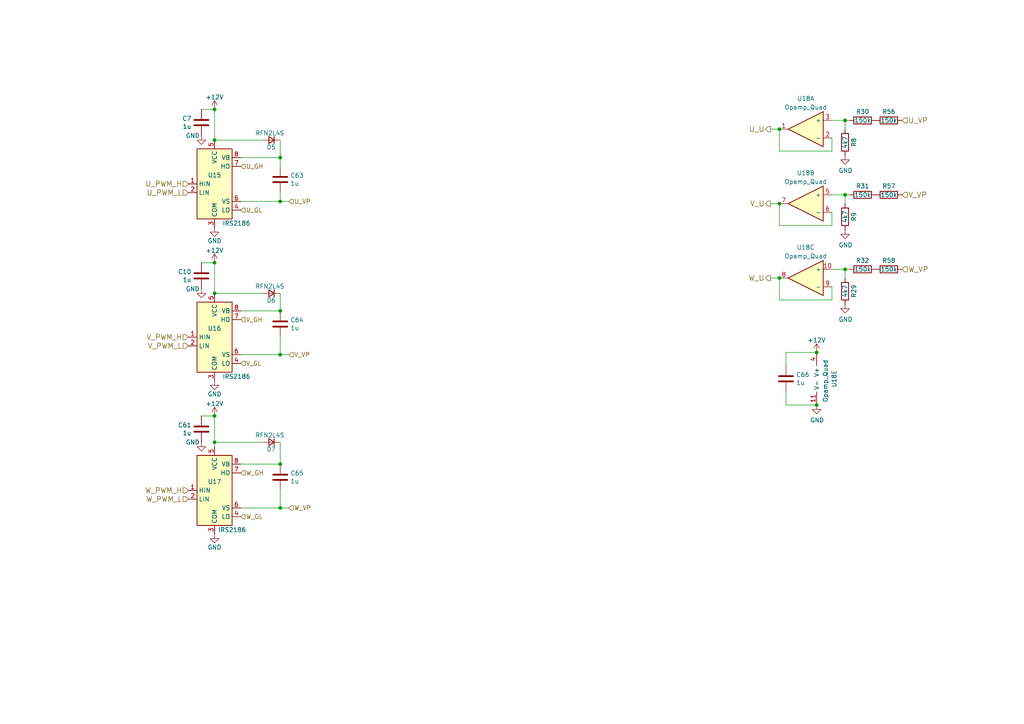
<source format=kicad_sch>
(kicad_sch (version 20230121) (generator eeschema)
  (paper "A4")
  (title_block (title "HSWR MOSFET Driver") (date "2017-02-05") (rev "4.0"))
  (lib_symbols
    (symbol "Device:C" (pin_numbers hide) (pin_names (offset 0.254))
      (property "Reference" "C" (at 0.635 2.54 0))
      (property "Value" "C" (at 0.635 -2.54 0))
      (symbol "C_0_1"
        (polyline (pts (xy -2.032 -0.762) (xy 2.032 -0.762)) (stroke (width 0.508)))
        (polyline (pts (xy -2.032 0.762) (xy 2.032 0.762)) (stroke (width 0.508)))
      )
      (symbol "C_1_1"
        (pin passive line (at 0 3.81 270) (length 2.794) (name "~") (number "1"))
        (pin passive line (at 0 -3.81 90) (length 2.794) (name "~") (number "2"))
      )
    )
    (symbol "Device:D_Small" (pin_numbers hide) (pin_names (offset 0.254) hide)
      (property "Reference" "D" (at -1.27 2.032 0))
      (property "Value" "D_Small" (at -3.81 -2.032 0))
      (symbol "D_Small_0_1"
        (polyline (pts (xy -0.762 -1.016) (xy -0.762 1.016)) (stroke (width 0.254)))
        (polyline (pts (xy -0.762 0) (xy 0.762 0)))
        (polyline (pts (xy 0.762 -1.016) (xy -0.762 0) (xy 0.762 1.016) (xy 0.762 -1.016)) (stroke (width 0.254)))
      )
      (symbol "D_Small_1_1"
        (pin passive line (at -2.54 0 0) (length 1.778) (name "K") (number "1"))
        (pin passive line (at 2.54 0 180) (length 1.778) (name "A") (number "2"))
      )
    )
    (symbol "Device:Opamp_Quad"
      (property "Reference" "U" (at 0 5.08 0))
      (property "Value" "Opamp_Quad" (at 0 -5.08 0))
      (symbol "Opamp_Quad_1_1"
        (polyline (pts (xy -5.08 5.08) (xy 5.08 0) (xy -5.08 -5.08) (xy -5.08 5.08)) (stroke (width 0.254)) (fill (type background)))
        (pin output line (at 7.62 0 180) (length 2.54) (name "~") (number "1"))
        (pin input line (at -7.62 -2.54 0) (length 2.54) (name "-") (number "2"))
        (pin input line (at -7.62 2.54 0) (length 2.54) (name "+") (number "3"))
      )
      (symbol "Opamp_Quad_2_1"
        (polyline (pts (xy -5.08 5.08) (xy 5.08 0) (xy -5.08 -5.08) (xy -5.08 5.08)) (stroke (width 0.254)) (fill (type background)))
        (pin input line (at -7.62 2.54 0) (length 2.54) (name "+") (number "5"))
        (pin input line (at -7.62 -2.54 0) (length 2.54) (name "-") (number "6"))
        (pin output line (at 7.62 0 180) (length 2.54) (name "~") (number "7"))
      )
      (symbol "Opamp_Quad_3_1"
        (polyline (pts (xy -5.08 5.08) (xy 5.08 0) (xy -5.08 -5.08) (xy -5.08 5.08)) (stroke (width 0.254)) (fill (type background)))
        (pin input line (at -7.62 2.54 0) (length 2.54) (name "+") (number "10"))
        (pin output line (at 7.62 0 180) (length 2.54) (name "~") (number "8"))
        (pin input line (at -7.62 -2.54 0) (length 2.54) (name "-") (number "9"))
      )
      (symbol "Opamp_Quad_4_1"
        (polyline (pts (xy -5.08 5.08) (xy 5.08 0) (xy -5.08 -5.08) (xy -5.08 5.08)) (stroke (width 0.254)) (fill (type background)))
        (pin input line (at -7.62 2.54 0) (length 2.54) (name "+") (number "12"))
        (pin input line (at -7.62 -2.54 0) (length 2.54) (name "-") (number "13"))
        (pin output line (at 7.62 0 180) (length 2.54) (name "~") (number "14"))
      )
      (symbol "Opamp_Quad_5_1"
        (pin power_in line (at -2.54 -7.62 90) (length 3.81) (name "V-") (number "11"))
        (pin power_in line (at -2.54 7.62 270) (length 3.81) (name "V+") (number "4"))
      )
    )
    (symbol "Device:R" (pin_numbers hide) (pin_names (offset 0))
      (property "Reference" "R" (at 2.032 0 90))
      (property "Value" "R" (at 0 0 90))
      (symbol "R_0_1"
        (rectangle (start -1.016 -2.54) (end 1.016 2.54) (stroke (width 0.254)))
      )
      (symbol "R_1_1"
        (pin passive line (at 0 3.81 270) (length 1.27) (name "~") (number "1"))
        (pin passive line (at 0 -3.81 90) (length 1.27) (name "~") (number "2"))
      )
    )
    (symbol "Driver_FET:IRS2186"
      (property "Reference" "U" (at 1.27 13.335 0))
      (property "Value" "IRS2186" (at 1.27 11.43 0))
      (symbol "IRS2186_0_1"
        (rectangle (start -5.08 -10.16) (end 5.08 10.16) (stroke (width 0.254)) (fill (type background)))
      )
      (symbol "IRS2186_1_1"
        (pin input line (at -7.62 0 0) (length 2.54) (name "HIN") (number "1"))
        (pin input line (at -7.62 -2.54 0) (length 2.54) (name "LIN") (number "2"))
        (pin power_in line (at 0 -12.7 90) (length 2.54) (name "COM") (number "3"))
        (pin output line (at 7.62 -7.62 180) (length 2.54) (name "LO") (number "4"))
        (pin power_in line (at 0 12.7 270) (length 2.54) (name "VCC") (number "5"))
        (pin passive line (at 7.62 -5.08 180) (length 2.54) (name "VS") (number "6"))
        (pin output line (at 7.62 5.08 180) (length 2.54) (name "HO") (number "7"))
        (pin passive line (at 7.62 7.62 180) (length 2.54) (name "VB") (number "8"))
      )
    )
    (symbol "power:+12V" (power) (pin_names (offset 0))
      (property "Value" "+12V" (at 0 3.556 0))
      (symbol "+12V_0_1"
        (polyline (pts (xy -0.762 1.27) (xy 0 2.54)))
        (polyline (pts (xy 0 0) (xy 0 2.54)))
        (polyline (pts (xy 0 2.54) (xy 0.762 1.27)))
      )
      (symbol "+12V_1_1"
        (pin power_in line (at 0 0 90) (length 0) hide (name "+12V") (number "1"))
      )
    )
    (symbol "power:GND" (power) (pin_names (offset 0))
      (property "Value" "GND" (at 0 -3.81 0))
      (symbol "GND_0_1"
        (polyline (pts (xy 0 0) (xy 0 -1.27) (xy 1.27 -1.27) (xy 0 -2.54) (xy -1.27 -1.27) (xy 0 -1.27)))
      )
      (symbol "GND_1_1"
        (pin power_in line (at 0 0 270) (length 0) hide (name "GND") (number "1"))
      )
    )
  )
  (junction (at 81.28 58.42))
  (junction (at 81.28 90.17))
  (junction (at 81.28 147.32))
  (junction (at 245.11 34.925))
  (junction (at 62.23 76.2))
  (junction (at 245.11 56.515))
  (junction (at 81.28 45.72))
  (junction (at 226.06 37.465))
  (junction (at 62.23 85.09))
  (junction (at 62.23 120.65))
  (junction (at 236.855 102.235))
  (junction (at 62.23 128.27))
  (junction (at 62.23 40.64))
  (junction (at 226.06 80.645))
  (junction (at 62.23 31.75))
  (junction (at 245.11 78.105))
  (junction (at 226.06 59.055))
  (junction (at 81.28 102.87))
  (junction (at 236.855 117.475))
  (junction (at 81.28 134.62))
  (wire (pts (xy 241.3 65.405) (xy 241.3 61.595)))
  (wire (pts (xy 223.52 80.645) (xy 226.06 80.645)))
  (wire (pts (xy 81.28 102.87) (xy 69.85 102.87)))
  (wire (pts (xy 226.06 86.995) (xy 241.3 86.995)))
  (wire (pts (xy 227.965 113.665) (xy 227.965 117.475)))
  (wire (pts (xy 62.23 128.27) (xy 62.23 120.65)))
  (wire (pts (xy 83.82 58.42) (xy 81.28 58.42)))
  (wire (pts (xy 245.11 56.515) (xy 246.38 56.515)))
  (wire (pts (xy 81.28 45.72) (xy 81.28 48.26)))
  (wire (pts (xy 69.85 134.62) (xy 81.28 134.62)))
  (wire (pts (xy 62.23 85.09) (xy 62.23 76.2)))
  (wire (pts (xy 58.42 76.2) (xy 62.23 76.2)))
  (wire (pts (xy 81.28 128.27) (xy 81.28 134.62)))
  (wire (pts (xy 223.52 59.055) (xy 226.06 59.055)))
  (wire (pts (xy 223.52 37.465) (xy 226.06 37.465)))
  (wire (pts (xy 62.23 129.54) (xy 62.23 128.27)))
  (wire (pts (xy 226.06 43.815) (xy 241.3 43.815)))
  (wire (pts (xy 81.28 58.42) (xy 69.85 58.42)))
  (wire (pts (xy 227.965 102.235) (xy 236.855 102.235)))
  (wire (pts (xy 58.42 31.75) (xy 62.23 31.75)))
  (wire (pts (xy 241.3 86.995) (xy 241.3 83.185)))
  (wire (pts (xy 81.28 55.88) (xy 81.28 58.42)))
  (wire (pts (xy 81.28 40.64) (xy 81.28 45.72)))
  (wire (pts (xy 226.06 37.465) (xy 226.06 43.815)))
  (wire (pts (xy 81.28 97.79) (xy 81.28 102.87)))
  (wire (pts (xy 227.965 117.475) (xy 236.855 117.475)))
  (wire (pts (xy 58.42 120.65) (xy 62.23 120.65)))
  (wire (pts (xy 226.06 80.645) (xy 226.06 86.995)))
  (wire (pts (xy 241.3 34.925) (xy 245.11 34.925)))
  (wire (pts (xy 62.23 40.64) (xy 62.23 31.75)))
  (wire (pts (xy 76.2 85.09) (xy 62.23 85.09)))
  (wire (pts (xy 226.06 65.405) (xy 241.3 65.405)))
  (wire (pts (xy 76.2 128.27) (xy 62.23 128.27)))
  (wire (pts (xy 69.85 45.72) (xy 81.28 45.72)))
  (wire (pts (xy 241.3 78.105) (xy 245.11 78.105)))
  (wire (pts (xy 245.11 78.105) (xy 245.11 80.645)))
  (wire (pts (xy 81.28 147.32) (xy 83.82 147.32)))
  (wire (pts (xy 245.11 34.925) (xy 246.38 34.925)))
  (wire (pts (xy 245.11 78.105) (xy 246.38 78.105)))
  (wire (pts (xy 245.11 34.925) (xy 245.11 37.465)))
  (wire (pts (xy 81.28 142.24) (xy 81.28 147.32)))
  (wire (pts (xy 81.28 85.09) (xy 81.28 90.17)))
  (wire (pts (xy 245.11 56.515) (xy 245.11 59.055)))
  (wire (pts (xy 81.28 147.32) (xy 69.85 147.32)))
  (wire (pts (xy 81.28 102.87) (xy 83.82 102.87)))
  (wire (pts (xy 241.3 56.515) (xy 245.11 56.515)))
  (wire (pts (xy 226.06 59.055) (xy 226.06 65.405)))
  (wire (pts (xy 76.2 40.64) (xy 62.23 40.64)))
  (wire (pts (xy 69.85 90.17) (xy 81.28 90.17)))
  (wire (pts (xy 241.3 43.815) (xy 241.3 40.005)))
  (wire (pts (xy 227.965 106.045) (xy 227.965 102.235)))
  (hierarchical_label "U_GH" (shape input) (at 69.85 48.26 0))
  (hierarchical_label "U_GL" (shape input) (at 69.85 60.96 0))
  (hierarchical_label "U_PWM_L" (shape input) (at 54.61 55.88 180) (effects (font (size 1.524 1.524))))
  (hierarchical_label "V_PWM_L" (shape input) (at 54.61 100.33 180) (effects (font (size 1.524 1.524))))
  (hierarchical_label "U_U" (shape output) (at 223.52 37.465 180) (effects (font (size 1.524 1.524))))
  (hierarchical_label "V_GH" (shape input) (at 69.85 92.71 0))
  (hierarchical_label "V_GL" (shape input) (at 69.85 105.41 0))
  (hierarchical_label "W_VP" (shape input) (at 261.62 78.105 0) (effects (font (size 1.524 1.524))))
  (hierarchical_label "V_VP" (shape input) (at 83.82 102.87 0))
  (hierarchical_label "U_VP" (shape input) (at 83.82 58.42 0))
  (hierarchical_label "U_VP" (shape input) (at 261.62 34.925 0) (effects (font (size 1.524 1.524))))
  (hierarchical_label "V_VP" (shape input) (at 261.62 56.515 0) (effects (font (size 1.524 1.524))))
  (hierarchical_label "V_PWM_H" (shape input) (at 54.61 97.79 180) (effects (font (size 1.524 1.524))))
  (hierarchical_label "W_PWM_L" (shape input) (at 54.61 144.78 180) (effects (font (size 1.524 1.524))))
  (hierarchical_label "U_PWM_H" (shape input) (at 54.61 53.34 180) (effects (font (size 1.524 1.524))))
  (hierarchical_label "W_GL" (shape input) (at 69.85 149.86 0))
  (hierarchical_label "V_U" (shape output) (at 223.52 59.055 180) (effects (font (size 1.524 1.524))))
  (hierarchical_label "W_PWM_H" (shape input) (at 54.61 142.24 180) (effects (font (size 1.524 1.524))))
  (hierarchical_label "W_U" (shape output) (at 223.52 80.645 180) (effects (font (size 1.524 1.524))))
  (hierarchical_label "W_GH" (shape input) (at 69.85 137.16 0))
  (hierarchical_label "W_VP" (shape input) (at 83.82 147.32 0))
  (symbol (lib_id "Device:D_Small") (at 78.74 40.64 180) (unit 1)
    (property "Reference" "D5" (at 80.01 42.672 0) (effects (justify left)))
    (property "Value" "RFN2L4S" (at 82.55 38.608 0) (effects (justify left)))
    (property "Footprint" "Diode_SMD:D_SOD-123" (effects hide))
  )
  (symbol (lib_id "power:+12V") (at 62.23 31.75 0) (unit 1)
    (property "Reference" "#PWR086" (effects hide))
    (property "Value" "+12V" (at 62.23 28.194 0))
    (instances (project "HSWR" (path "" (reference "#PWR086") (unit 1)) (path "" (reference "#PWR018") (unit 1)) (path "" (reference "#PWR091") (unit 1))))
  )
  (symbol (lib_id "power:GND") (at 58.42 39.37 0) (unit 1)
    (property "Reference" "#PWR010" (effects hide))
    (property "Value" "GND" (at 55.88 39.37 0))
    (instances (project "HSWR" (path "" (reference "#PWR010") (unit 1)) (path "" (reference "#PWR088") (unit 1))))
  )
  (symbol (lib_id "power:GND") (at 62.23 66.04 0) (unit 1)
    (property "Reference" "#PWR024" (effects hide))
    (property "Value" "GND" (at 62.23 69.85 0))
    (instances (project "HSWR" (path "" (reference "#PWR024") (unit 1)) (path "" (reference "#PWR092") (unit 1))))
  )
  (symbol (lib_id "Driver_FET:IRS2186") (at 62.23 53.34 0) (unit 1)
    (property "Reference" "U15" (at 62.23 50.8 0))
    (property "Value" "IRS2186" (at 68.58 64.77 0))
    (property "Footprint" "Package_SO:SOIC-8_3.9x4.9mm_P1.27mm" (effects hide))
    (property "Datasheet" "http://www.irf.com/product-info/datasheets/data/irs2186pbf.pdf" (effects hide))
    (instances (project "HSWR" (path "" (reference "U15") (unit 1)) (path "" (reference "U9") (unit 1))))
  )
  (symbol (lib_id "Device:C") (at 81.28 52.07 0) (unit 1)
    (property "Reference" "C63" (at 84.201 50.9016 0) (effects (justify left)))
    (property "Value" "1u" (at 84.201 53.213 0) (effects (justify left)))
    (property "Footprint" "Capacitor_SMD:C_0805_2012Metric" (effects hide))
    (instances (project "HSWR" (path "" (reference "C63") (unit 1)) (path "" (reference "C29") (unit 1))))
  )
  (symbol (lib_id "Device:C") (at 58.42 35.56 0) (mirror x) (unit 1)
    (property "Reference" "C7" (at 55.5244 34.3916 0) (effects (justify right)))
    (property "Value" "1u" (at 55.5244 36.703 0) (effects (justify right)))
    (property "Footprint" "Capacitor_SMD:C_0805_2012Metric" (effects hide))
    (instances (project "HSWR" (path "" (reference "C7") (unit 1)) (path "" (reference "C26") (unit 1))))
  )
  (symbol (lib_id "power:GND") (at 245.11 45.085 0) (unit 1)
    (property "Reference" "#PWR093" (effects hide))
    (property "Value" "GND" (at 245.237 49.4792 0))
    (instances (project "HSWR" (path "" (reference "#PWR093") (unit 1)) (path "" (reference "#PWR099") (unit 1))))
  )
  (symbol (lib_id "Device:D_Small") (at 78.74 85.09 180) (unit 1)
    (property "Reference" "D6" (at 80.01 87.122 0) (effects (justify left)))
    (property "Value" "RFN2L4S" (at 82.55 83.058 0) (effects (justify left)))
    (property "Footprint" "Diode_SMD:D_SOD-123" (effects hide))
  )
  (symbol (lib_id "power:+12V") (at 62.23 76.2 0) (unit 1)
    (property "Reference" "#PWR088" (effects hide))
    (property "Value" "+12V" (at 62.23 72.644 0))
    (instances (project "HSWR" (path "" (reference "#PWR088") (unit 1)) (path "" (reference "#PWR025") (unit 1)) (path "" (reference "#PWR093") (unit 1))))
  )
  (symbol (lib_id "power:GND") (at 62.23 110.49 0) (unit 1)
    (property "Reference" "#PWR030" (effects hide))
    (property "Value" "GND" (at 62.23 114.3 0))
    (instances (project "HSWR" (path "" (reference "#PWR030") (unit 1)) (path "" (reference "#PWR094") (unit 1))))
  )
  (symbol (lib_id "Driver_FET:IRS2186") (at 62.23 97.79 0) (unit 1)
    (property "Reference" "U16" (at 62.23 95.25 0))
    (property "Value" "IRS2186" (at 68.58 109.22 0))
    (property "Footprint" "Package_SO:SOIC-8_3.9x4.9mm_P1.27mm" (effects hide))
    (property "Datasheet" "http://www.irf.com/product-info/datasheets/data/irs2186pbf.pdf" (effects hide))
    (instances (project "HSWR" (path "" (reference "U16") (unit 1)) (path "" (reference "U10") (unit 1))))
  )
  (symbol (lib_id "Device:C") (at 81.28 93.98 0) (unit 1)
    (property "Reference" "C64" (at 84.201 92.8116 0) (effects (justify left)))
    (property "Value" "1u" (at 84.201 95.123 0) (effects (justify left)))
    (property "Footprint" "Capacitor_SMD:C_0805_2012Metric" (effects hide))
    (instances (project "HSWR" (path "" (reference "C64") (unit 1)) (path "" (reference "C30") (unit 1))))
  )
  (symbol (lib_id "power:GND") (at 58.42 83.82 0) (unit 1)
    (property "Reference" "#PWR011" (effects hide))
    (property "Value" "GND" (at 55.88 83.82 0))
    (instances (project "HSWR" (path "" (reference "#PWR011") (unit 1)) (path "" (reference "#PWR089") (unit 1))))
  )
  (symbol (lib_id "Device:C") (at 58.42 80.01 0) (mirror x) (unit 1)
    (property "Reference" "C10" (at 55.5244 78.8416 0) (effects (justify right)))
    (property "Value" "1u" (at 55.5244 81.153 0) (effects (justify right)))
    (property "Footprint" "Capacitor_SMD:C_0805_2012Metric" (effects hide))
    (instances (project "HSWR" (path "" (reference "C10") (unit 1)) (path "" (reference "C27") (unit 1))))
  )
  (symbol (lib_id "Device:D_Small") (at 78.74 128.27 180) (unit 1)
    (property "Reference" "D7" (at 80.01 130.302 0) (effects (justify left)))
    (property "Value" "RFN2L4S" (at 82.55 126.238 0) (effects (justify left)))
    (property "Footprint" "Diode_SMD:D_SOD-123" (effects hide))
  )
  (symbol (lib_id "power:+12V") (at 62.23 120.65 0) (unit 1)
    (property "Reference" "#PWR090" (effects hide))
    (property "Value" "+12V" (at 62.23 117.094 0))
    (instances (project "HSWR" (path "" (reference "#PWR090") (unit 1)) (path "" (reference "#PWR035") (unit 1)) (path "" (reference "#PWR095") (unit 1))))
  )
  (symbol (lib_id "power:GND") (at 62.23 154.94 0) (unit 1)
    (property "Reference" "#PWR037" (effects hide))
    (property "Value" "GND" (at 62.23 158.75 0))
    (instances (project "HSWR" (path "" (reference "#PWR037") (unit 1)) (path "" (reference "#PWR096") (unit 1))))
  )
  (symbol (lib_id "Driver_FET:IRS2186") (at 62.23 142.24 0) (unit 1)
    (property "Reference" "U17" (at 62.23 139.7 0))
    (property "Value" "IRS2186" (at 67.31 153.67 0))
    (property "Footprint" "Package_SO:SOIC-8_3.9x4.9mm_P1.27mm" (effects hide))
    (property "Datasheet" "http://www.irf.com/product-info/datasheets/data/irs2186pbf.pdf" (effects hide))
    (instances (project "HSWR" (path "" (reference "U17") (unit 1)) (path "" (reference "U11") (unit 1))))
  )
  (symbol (lib_id "Device:C") (at 81.28 138.43 0) (unit 1)
    (property "Reference" "C65" (at 84.201 137.2616 0) (effects (justify left)))
    (property "Value" "1u" (at 84.201 139.573 0) (effects (justify left)))
    (property "Footprint" "Capacitor_SMD:C_0805_2012Metric" (effects hide))
    (instances (project "HSWR" (path "" (reference "C65") (unit 1)) (path "" (reference "C31") (unit 1))))
  )
  (symbol (lib_id "power:GND") (at 58.42 128.27 0) (unit 1)
    (property "Reference" "#PWR012" (effects hide))
    (property "Value" "GND" (at 55.88 128.27 0))
    (instances (project "HSWR" (path "" (reference "#PWR012") (unit 1)) (path "" (reference "#PWR090") (unit 1))))
  )
  (symbol (lib_id "Device:C") (at 58.42 124.46 0) (mirror x) (unit 1)
    (property "Reference" "C61" (at 55.5244 123.2916 0) (effects (justify right)))
    (property "Value" "1u" (at 55.5244 125.603 0) (effects (justify right)))
    (property "Footprint" "Capacitor_SMD:C_0805_2012Metric" (effects hide))
    (instances (project "HSWR" (path "" (reference "C61") (unit 1)) (path "" (reference "C28") (unit 1))))
  )
  (symbol (lib_id "Device:R") (at 245.11 84.455 0) (mirror x) (unit 1)
    (property "Reference" "R29" (at 247.65 84.455 90))
    (property "Value" "4k7" (at 245.11 84.455 90))
    (property "Footprint" "Resistor_SMD:R_0805_2012Metric" (effects hide))
    (instances (project "HSWR" (path "" (reference "R29") (unit 1)) (path "" (reference "R31") (unit 1))))
  )
  (symbol (lib_id "power:GND") (at 245.11 66.675 0) (unit 1)
    (property "Reference" "#PWR094" (effects hide))
    (property "Value" "GND" (at 245.237 71.0692 0))
    (instances (project "HSWR" (path "" (reference "#PWR094") (unit 1)) (path "" (reference "#PWR0100") (unit 1))))
  )
  (symbol (lib_id "Device:Opamp_Quad") (at 233.68 80.645 0) (mirror y) (unit 3)
    (property "Reference" "U18" (at 233.68 71.755 0))
    (property "Value" "Opamp_Quad" (at 233.68 74.295 0))
    (property "Footprint" "Package_SO:SO-14_3.9x8.65mm_P1.27mm" (effects hide))
    (instances (project "HSWR" (path "" (reference "U18") (unit 3)) (path "" (reference "U1") (unit 3))))
  )
  (symbol (lib_id "Device:R") (at 250.19 34.925 90) (unit 1)
    (property "Reference" "R30" (at 250.19 32.385 90))
    (property "Value" "150k" (at 250.19 34.925 90))
    (property "Footprint" "Resistor_SMD:R_0805_2012Metric" (effects hide))
    (instances (project "HSWR" (path "" (reference "R30") (unit 1)) (path "" (reference "R32") (unit 1))))
  )
  (symbol (lib_id "Device:Opamp_Quad") (at 233.68 59.055 0) (mirror y) (unit 2)
    (property "Reference" "U18" (at 233.68 50.165 0))
    (property "Value" "Opamp_Quad" (at 233.68 52.705 0))
    (property "Footprint" "Package_SO:SO-14_3.9x8.65mm_P1.27mm" (effects hide))
    (instances (project "HSWR" (path "" (reference "U18") (unit 2)) (path "" (reference "U1") (unit 2))))
  )
  (symbol (lib_id "power:+12V") (at 236.855 102.235 0) (unit 1)
    (property "Reference" "#PWR086" (effects hide))
    (property "Value" "+12V" (at 236.855 98.679 0))
    (instances (project "HSWR" (path "" (reference "#PWR086") (unit 1)) (path "" (reference "#PWR038") (unit 1)) (path "" (reference "#PWR097") (unit 1))))
  )
  (symbol (lib_id "Device:R") (at 245.11 62.865 0) (mirror x) (unit 1)
    (property "Reference" "R9" (at 247.65 62.865 90))
    (property "Value" "4k7" (at 245.11 62.865 90))
    (property "Footprint" "Resistor_SMD:R_0805_2012Metric" (effects hide))
    (instances (project "HSWR" (path "" (reference "R9") (unit 1)) (path "" (reference "R30") (unit 1))))
  )
  (symbol (lib_id "Device:R") (at 257.81 78.105 90) (unit 1)
    (property "Reference" "R58" (at 257.81 75.565 90))
    (property "Value" "150k" (at 257.81 78.105 90))
    (property "Footprint" "Resistor_SMD:R_0805_2012Metric" (effects hide))
    (instances (project "HSWR" (path "" (reference "R58") (unit 1)) (path "" (reference "R37") (unit 1))))
  )
  (symbol (lib_id "Device:R") (at 250.19 56.515 90) (unit 1)
    (property "Reference" "R31" (at 250.19 53.975 90))
    (property "Value" "150k" (at 250.19 56.515 90))
    (property "Footprint" "Resistor_SMD:R_0805_2012Metric" (effects hide))
    (instances (project "HSWR" (path "" (reference "R31") (unit 1)) (path "" (reference "R33") (unit 1))))
  )
  (symbol (lib_id "Device:Opamp_Quad") (at 233.68 37.465 0) (mirror y) (unit 1)
    (property "Reference" "U18" (at 233.68 28.575 0))
    (property "Value" "Opamp_Quad" (at 233.68 31.115 0))
    (property "Footprint" "Package_SO:SO-14_3.9x8.65mm_P1.27mm" (effects hide))
    (instances (project "HSWR" (path "" (reference "U18") (unit 1)) (path "" (reference "U1") (unit 1))))
  )
  (symbol (lib_id "Device:C") (at 227.965 109.855 0) (unit 1)
    (property "Reference" "C66" (at 230.886 108.6866 0) (effects (justify left)))
    (property "Value" "1u" (at 230.886 110.998 0) (effects (justify left)))
    (property "Footprint" "Capacitor_SMD:C_0805_2012Metric" (effects hide))
    (instances (project "HSWR" (path "" (reference "C66") (unit 1)) (path "" (reference "C32") (unit 1))))
  )
  (symbol (lib_id "Device:R") (at 245.11 41.275 0) (mirror x) (unit 1)
    (property "Reference" "R8" (at 247.65 41.275 90))
    (property "Value" "4k7" (at 245.11 41.275 90))
    (property "Footprint" "Resistor_SMD:R_0805_2012Metric" (effects hide))
    (instances (project "HSWR" (path "" (reference "R8") (unit 1)) (path "" (reference "R29") (unit 1))))
  )
  (symbol (lib_id "power:GND") (at 245.11 88.265 0) (unit 1)
    (property "Reference" "#PWR095" (effects hide))
    (property "Value" "GND" (at 245.237 92.6592 0))
    (instances (project "HSWR" (path "" (reference "#PWR095") (unit 1)) (path "" (reference "#PWR0101") (unit 1))))
  )
  (symbol (lib_id "Device:Opamp_Quad") (at 239.395 109.855 0) (unit 5)
    (property "Reference" "U18" (at 241.935 109.855 90))
    (property "Value" "Opamp_Quad" (at 239.395 110.49 90))
    (property "Footprint" "Package_SO:SO-14_3.9x8.65mm_P1.27mm" (effects hide))
    (instances (project "HSWR" (path "" (reference "U18") (unit 5)) (path "" (reference "U1") (unit 5))))
  )
  (symbol (lib_id "Device:R") (at 250.19 78.105 90) (unit 1)
    (property "Reference" "R32" (at 250.19 75.565 90))
    (property "Value" "150k" (at 250.19 78.105 90))
    (property "Footprint" "Resistor_SMD:R_0805_2012Metric" (effects hide))
    (instances (project "HSWR" (path "" (reference "R32") (unit 1)) (path "" (reference "R34") (unit 1))))
  )
  (symbol (lib_id "power:GND") (at 236.855 117.475 0) (unit 1)
    (property "Reference" "#PWR082" (effects hide))
    (property "Value" "GND" (at 236.982 121.8692 0))
    (instances (project "HSWR" (path "" (reference "#PWR082") (unit 1)) (path "" (reference "#PWR098") (unit 1))))
  )
  (symbol (lib_id "Device:R") (at 257.81 34.925 90) (unit 1)
    (property "Reference" "R56" (at 257.81 32.385 90))
    (property "Value" "150k" (at 257.81 34.925 90))
    (property "Footprint" "Resistor_SMD:R_0805_2012Metric" (effects hide))
    (instances (project "HSWR" (path "" (reference "R56") (unit 1)) (path "" (reference "R35") (unit 1))))
  )
  (symbol (lib_id "Device:R") (at 257.81 56.515 90) (unit 1)
    (property "Reference" "R57" (at 257.81 53.975 90))
    (property "Value" "150k" (at 257.81 56.515 90))
    (property "Footprint" "Resistor_SMD:R_0805_2012Metric" (effects hide))
    (instances (project "HSWR" (path "" (reference "R57") (unit 1)) (path "" (reference "R36") (unit 1))))
  )
)
</source>
